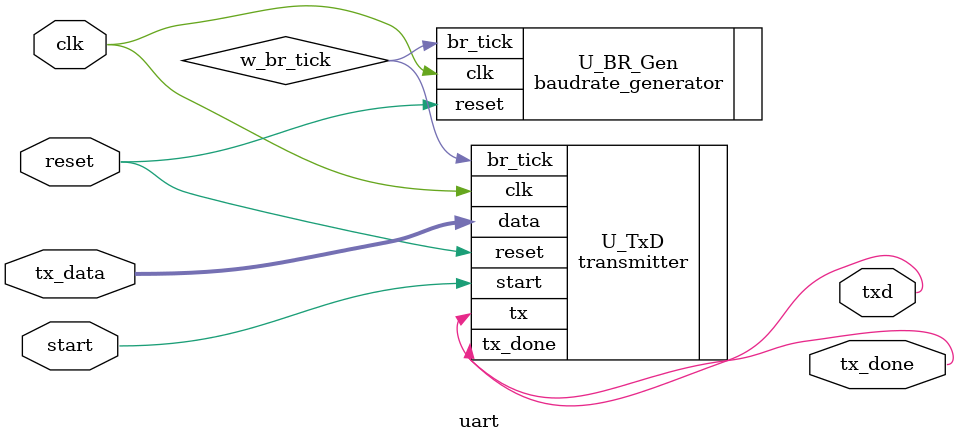
<source format=v>
`timescale 1ns / 1ps


module uart(

    input clk,
    input reset,
    input start,
    input [7:0] tx_data,

    output txd,
    output tx_done
    );

    wire w_br_tick;

    baudrate_generator U_BR_Gen(
        .clk(clk),
        .reset(reset),
        .br_tick(w_br_tick)
    );

    transmitter U_TxD(
        .clk(clk),
        .reset(reset),
        .start(start),
        .br_tick(w_br_tick),
        .data(tx_data),
        .tx(txd),
        .tx_done(tx_done)
    );

endmodule

</source>
